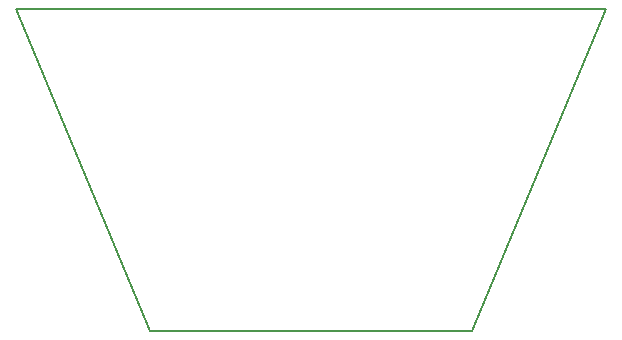
<source format=gko>
G04 DipTrace 2.3.1.0*
%INLED_Matrix.GKO*%
%MOMM*%
%ADD11C,0.14*%
%FSLAX53Y53*%
G04*
G71*
G90*
G75*
G01*
%LNBoardOutline*%
%LPD*%
X0Y27305D2*
D11*
X50000D1*
X38653Y0D1*
X11347D1*
X0Y27305D1*
M02*

</source>
